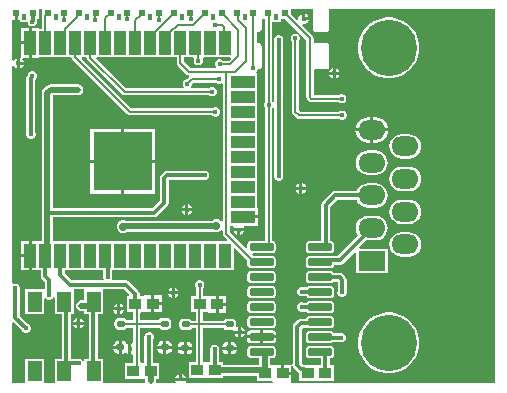
<source format=gtl>
G04*
G04 #@! TF.GenerationSoftware,Altium Limited,Altium Designer,21.9.2 (33)*
G04*
G04 Layer_Physical_Order=1*
G04 Layer_Color=255*
%FSLAX25Y25*%
%MOIN*%
G70*
G04*
G04 #@! TF.SameCoordinates,353233E6-1857-4CDD-983F-46C35F824410*
G04*
G04*
G04 #@! TF.FilePolarity,Positive*
G04*
G01*
G75*
%ADD13C,0.00787*%
%ADD19R,0.03937X0.03740*%
%ADD20R,0.07874X0.03937*%
%ADD21R,0.19685X0.19685*%
%ADD22R,0.03937X0.07874*%
%ADD23R,0.02362X0.02362*%
%ADD24R,0.01575X0.01968*%
%ADD25R,0.04724X0.06693*%
G04:AMPARAMS|DCode=26|XSize=21.65mil|YSize=27.56mil|CornerRadius=5.41mil|HoleSize=0mil|Usage=FLASHONLY|Rotation=90.000|XOffset=0mil|YOffset=0mil|HoleType=Round|Shape=RoundedRectangle|*
%AMROUNDEDRECTD26*
21,1,0.02165,0.01673,0,0,90.0*
21,1,0.01083,0.02756,0,0,90.0*
1,1,0.01083,0.00837,0.00541*
1,1,0.01083,0.00837,-0.00541*
1,1,0.01083,-0.00837,-0.00541*
1,1,0.01083,-0.00837,0.00541*
%
%ADD26ROUNDEDRECTD26*%
G04:AMPARAMS|DCode=27|XSize=77.56mil|YSize=23.62mil|CornerRadius=2.95mil|HoleSize=0mil|Usage=FLASHONLY|Rotation=180.000|XOffset=0mil|YOffset=0mil|HoleType=Round|Shape=RoundedRectangle|*
%AMROUNDEDRECTD27*
21,1,0.07756,0.01772,0,0,180.0*
21,1,0.07165,0.02362,0,0,180.0*
1,1,0.00591,-0.03583,0.00886*
1,1,0.00591,0.03583,0.00886*
1,1,0.00591,0.03583,-0.00886*
1,1,0.00591,-0.03583,-0.00886*
%
%ADD27ROUNDEDRECTD27*%
%ADD42C,0.01968*%
%ADD43C,0.01378*%
%ADD44O,0.09000X0.06500*%
%ADD45C,0.18740*%
%ADD46R,0.09000X0.06500*%
%ADD47C,0.01575*%
%ADD48C,0.02756*%
G36*
X-25608Y146031D02*
X-25604D01*
Y142790D01*
X-26432D01*
Y143003D01*
X-28900D01*
Y138066D01*
Y133129D01*
X-26432D01*
Y133342D01*
X-15700D01*
X-15622Y132948D01*
X-15361Y132558D01*
X2949Y114249D01*
X2949Y114249D01*
X3339Y113987D01*
X3800Y113896D01*
X31277D01*
X31408Y113765D01*
X31987Y113525D01*
X32613D01*
X33192Y113765D01*
X33635Y114208D01*
X33875Y114787D01*
Y115413D01*
X33635Y115992D01*
X33192Y116435D01*
X32613Y116675D01*
X31987D01*
X31408Y116435D01*
X31277Y116304D01*
X4299D01*
X-12277Y132880D01*
X-12085Y133342D01*
X-11065D01*
X-10604Y133200D01*
X-10513Y132739D01*
X-10251Y132349D01*
X1149Y120949D01*
X1149Y120949D01*
X1539Y120687D01*
X2000Y120596D01*
X30177D01*
X30308Y120465D01*
X30887Y120225D01*
X31513D01*
X32092Y120465D01*
X32535Y120908D01*
X32775Y121487D01*
Y122113D01*
X32535Y122692D01*
X32092Y123135D01*
X31513Y123375D01*
X30887D01*
X30308Y123135D01*
X30177Y123004D01*
X24339D01*
X24131Y123504D01*
X24235Y123608D01*
X24475Y124187D01*
Y124287D01*
X24984Y124796D01*
X32477D01*
X32608Y124665D01*
X33187Y124425D01*
X33813D01*
X34196Y124584D01*
X34696Y124315D01*
Y78774D01*
X34196Y78566D01*
X33827Y78936D01*
X33031Y79265D01*
X32169D01*
X31373Y78936D01*
X31244Y78806D01*
X2314D01*
X1931Y78965D01*
X1069D01*
X273Y78636D01*
X-336Y78027D01*
X-665Y77231D01*
Y76369D01*
X-336Y75573D01*
X273Y74964D01*
X1069Y74635D01*
X1931D01*
X2727Y74964D01*
X2956Y75194D01*
X31544D01*
X32169Y74935D01*
X33031D01*
X33827Y75264D01*
X34196Y75634D01*
X34696Y75426D01*
Y74454D01*
X34696Y74454D01*
X34787Y73993D01*
X35048Y73603D01*
X36265Y72386D01*
X36074Y71924D01*
X-21894D01*
Y79995D01*
X11900D01*
X12476Y80109D01*
X12964Y80436D01*
X16314Y83786D01*
X16641Y84274D01*
X16755Y84850D01*
Y92395D01*
X28219D01*
X28387Y92325D01*
X29013D01*
X29592Y92565D01*
X30035Y93008D01*
X30275Y93587D01*
Y94213D01*
X30035Y94792D01*
X29592Y95235D01*
X29013Y95475D01*
X28387D01*
X28219Y95405D01*
X16057D01*
X15481Y95291D01*
X14993Y94964D01*
X14186Y94157D01*
X13859Y93669D01*
X13745Y93093D01*
Y85474D01*
X11276Y83005D01*
X-21994D01*
Y120599D01*
X-21899Y120694D01*
X-13500D01*
X-12809Y120831D01*
X-12223Y121223D01*
X-11831Y121809D01*
X-11694Y122500D01*
X-11831Y123191D01*
X-12223Y123777D01*
X-12809Y124169D01*
X-13500Y124306D01*
X-22647D01*
X-23338Y124169D01*
X-23924Y123777D01*
X-25077Y122624D01*
X-25469Y122038D01*
X-25606Y121347D01*
Y81500D01*
X-25506Y80997D01*
Y71924D01*
X-26432D01*
Y72137D01*
X-28900D01*
Y67200D01*
Y62263D01*
X-26432D01*
Y62476D01*
X-25905D01*
Y60300D01*
X-25791Y59724D01*
X-25464Y59236D01*
X-24643Y58414D01*
Y56386D01*
X-24793Y55948D01*
X-25143Y55948D01*
X-31092D01*
Y47680D01*
X-24793D01*
Y52865D01*
X-24293Y53066D01*
X-23992Y52765D01*
X-23413Y52525D01*
X-22787D01*
X-22208Y52765D01*
X-21765Y53208D01*
X-21750Y53245D01*
X-21250Y53146D01*
Y47680D01*
X-19005D01*
Y32720D01*
X-21250D01*
Y24706D01*
X-24793D01*
Y32720D01*
X-31092D01*
Y24706D01*
X-35494D01*
Y44758D01*
X-34994Y44965D01*
X-32205Y42176D01*
X-32135Y42008D01*
X-31692Y41565D01*
X-31113Y41325D01*
X-30487D01*
X-29908Y41565D01*
X-29465Y42008D01*
X-29225Y42587D01*
Y43213D01*
X-29465Y43792D01*
X-29908Y44235D01*
X-30076Y44305D01*
X-32895Y47124D01*
Y55819D01*
X-32825Y55987D01*
Y56613D01*
X-33065Y57192D01*
X-33508Y57635D01*
X-34087Y57875D01*
X-34713D01*
X-34994Y57759D01*
X-35494Y58087D01*
X-35494Y130377D01*
X-34994Y130477D01*
X-34915Y130288D01*
X-34413Y129785D01*
X-33900Y129572D01*
Y131300D01*
Y133028D01*
X-34413Y132815D01*
X-34915Y132313D01*
X-34994Y132123D01*
X-35494Y132223D01*
Y145819D01*
X-34637D01*
Y148000D01*
X-33637D01*
Y145819D01*
X-32956D01*
Y145047D01*
X-30275D01*
Y144887D01*
X-30035Y144308D01*
X-29592Y143865D01*
X-29013Y143625D01*
X-28387D01*
X-27808Y143865D01*
X-27365Y144308D01*
X-27125Y144887D01*
Y145301D01*
X-27120Y145328D01*
Y146031D01*
X-26657D01*
Y149494D01*
X-25608D01*
Y146031D01*
D02*
G37*
G36*
X125494Y24706D02*
X57806D01*
X57621Y25130D01*
X57621Y25206D01*
Y27500D01*
X54653D01*
Y28000D01*
X54153D01*
Y30870D01*
X51684Y30870D01*
X51272Y30658D01*
X50907Y30658D01*
X50554Y31011D01*
Y33110D01*
X51239D01*
X51661Y33194D01*
X52019Y33434D01*
X52258Y33792D01*
X52342Y34214D01*
Y35986D01*
X52258Y36408D01*
X52019Y36766D01*
X51661Y37006D01*
X51239Y37090D01*
X44073D01*
X43651Y37006D01*
X43293Y36766D01*
X43053Y36408D01*
X42969Y35986D01*
Y34214D01*
X43053Y33792D01*
X43293Y33434D01*
X43651Y33194D01*
X44073Y33110D01*
X46941D01*
Y30706D01*
X34809D01*
Y31657D01*
X33532D01*
Y35483D01*
X33575Y35587D01*
Y36213D01*
X33335Y36792D01*
X32892Y37235D01*
X32313Y37475D01*
X31687D01*
X31108Y37235D01*
X30665Y36792D01*
X30425Y36213D01*
Y35587D01*
X30521Y35355D01*
Y31657D01*
X29403D01*
X29297Y31657D01*
X28903D01*
X28797Y31657D01*
X28104D01*
Y43033D01*
X35000D01*
X35197Y42738D01*
X35637Y42444D01*
X36155Y42341D01*
X37829D01*
X38222Y42419D01*
X38471Y42200D01*
X39900D01*
Y43428D01*
X39617Y43310D01*
X39176Y43657D01*
X39183Y43696D01*
Y44778D01*
X39080Y45297D01*
X38787Y45736D01*
X38347Y46030D01*
X37829Y46133D01*
X36155D01*
X35637Y46030D01*
X35197Y45736D01*
X35000Y45441D01*
X28104D01*
Y48342D01*
X29572Y48342D01*
X29984Y48130D01*
X30215Y48130D01*
X32453D01*
Y51000D01*
Y53870D01*
X29984Y53870D01*
X29572Y53658D01*
X28204Y53658D01*
Y56377D01*
X28335Y56508D01*
X28575Y57087D01*
Y57713D01*
X28335Y58292D01*
X27892Y58735D01*
X27313Y58975D01*
X26687D01*
X26108Y58735D01*
X25665Y58292D01*
X25425Y57713D01*
Y57087D01*
X25665Y56508D01*
X25796Y56377D01*
Y53658D01*
X24291D01*
Y48342D01*
X25696D01*
Y45441D01*
X24417D01*
X24220Y45736D01*
X23780Y46030D01*
X23262Y46133D01*
X21588D01*
X21070Y46030D01*
X20630Y45736D01*
X20337Y45297D01*
X20234Y44778D01*
Y43696D01*
X20337Y43177D01*
X20630Y42738D01*
X21070Y42444D01*
X21588Y42341D01*
X23262D01*
X23780Y42444D01*
X24220Y42738D01*
X24417Y43033D01*
X25696D01*
Y31657D01*
X23391D01*
Y26342D01*
X28797D01*
X28903Y26342D01*
X29297D01*
X29403Y26342D01*
X34809D01*
Y27094D01*
X45991D01*
Y25343D01*
X51239D01*
X51386Y25206D01*
X51190Y24706D01*
X22682D01*
X22347Y25206D01*
X22428Y25400D01*
X18972D01*
X19053Y25206D01*
X18719Y24706D01*
X12856D01*
X12448Y25206D01*
X12506Y25500D01*
Y26142D01*
X13509D01*
Y31457D01*
X11605D01*
Y39278D01*
X11635Y39308D01*
X11875Y39887D01*
Y40513D01*
X11635Y41092D01*
X11192Y41535D01*
X10613Y41775D01*
X9987D01*
X9408Y41535D01*
X8965Y41092D01*
X8820Y40741D01*
X8709Y40576D01*
X8595Y40000D01*
Y31457D01*
X7997D01*
Y31457D01*
X7704D01*
X7204Y31702D01*
Y43196D01*
X13415D01*
X13587Y42938D01*
X14027Y42644D01*
X14545Y42541D01*
X16218D01*
X16737Y42644D01*
X17176Y42938D01*
X17470Y43377D01*
X17573Y43896D01*
Y44978D01*
X17470Y45497D01*
X17176Y45936D01*
X16737Y46230D01*
X16218Y46333D01*
X14545D01*
X14027Y46230D01*
X13587Y45936D01*
X13365Y45604D01*
X7204D01*
Y48089D01*
X7558Y48443D01*
X8072Y48443D01*
X8484Y48230D01*
X8715Y48230D01*
X10953D01*
Y51100D01*
Y53970D01*
X8484Y53970D01*
X8072Y53758D01*
X7406Y53758D01*
X7052Y54111D01*
Y54453D01*
X6938Y55029D01*
X6612Y55517D01*
X3664Y58464D01*
X3176Y58791D01*
X2600Y58905D01*
X-2014D01*
X-2225Y59405D01*
X-2025Y59887D01*
Y60513D01*
X-2132Y60772D01*
Y62476D01*
X38356D01*
Y69642D01*
X38818Y69833D01*
X42969Y65682D01*
Y64214D01*
X43053Y63792D01*
X43293Y63434D01*
X43651Y63194D01*
X44073Y63110D01*
X51239D01*
X51661Y63194D01*
X52019Y63434D01*
X52258Y63792D01*
X52342Y64214D01*
Y65986D01*
X52258Y66408D01*
X52019Y66766D01*
X51661Y67006D01*
X51239Y67090D01*
X44968D01*
X44447Y67610D01*
X44654Y68110D01*
X51239D01*
X51661Y68194D01*
X52019Y68434D01*
X52258Y68792D01*
X52342Y69214D01*
Y70986D01*
X52258Y71408D01*
X52019Y71766D01*
X51661Y72006D01*
X51239Y72090D01*
X51204D01*
Y116324D01*
X51395Y116506D01*
X51895Y116292D01*
Y94081D01*
X51825Y93913D01*
Y93287D01*
X52065Y92708D01*
X52508Y92265D01*
X53087Y92025D01*
X53713D01*
X54292Y92265D01*
X54735Y92708D01*
X54975Y93287D01*
Y93913D01*
X54905Y94081D01*
Y138519D01*
X54975Y138687D01*
Y139313D01*
X54735Y139892D01*
X54292Y140335D01*
X53713Y140575D01*
X53087D01*
X52508Y140335D01*
X52065Y139892D01*
X51825Y139313D01*
Y138687D01*
X51895Y138519D01*
Y118708D01*
X51395Y118494D01*
X51204Y118676D01*
Y145047D01*
X54175D01*
Y146031D01*
X55621D01*
X62596Y139057D01*
Y119978D01*
X62596Y119978D01*
X62687Y119518D01*
X62949Y119127D01*
X63427Y118649D01*
X63818Y118387D01*
X64278Y118296D01*
X73377D01*
X73508Y118165D01*
X74087Y117925D01*
X74713D01*
X75292Y118165D01*
X75735Y118608D01*
X75975Y119187D01*
Y119813D01*
X75735Y120392D01*
X75292Y120835D01*
X74713Y121075D01*
X74087D01*
X73508Y120835D01*
X73377Y120704D01*
X65004D01*
Y128949D01*
X65504Y129285D01*
X65569Y129272D01*
X69506D01*
X69813Y129333D01*
X70073Y129507D01*
X70247Y129768D01*
X70308Y130075D01*
Y137161D01*
X70247Y137469D01*
X70073Y137729D01*
X69813Y137903D01*
X69506Y137964D01*
X65569D01*
X65504Y137952D01*
X65004Y138287D01*
Y139556D01*
X64913Y140017D01*
X64652Y140407D01*
X61208Y143851D01*
X61252Y143999D01*
X61453Y144313D01*
X62055D01*
X62713Y144585D01*
X63215Y145088D01*
X63428Y145600D01*
X61700D01*
Y146100D01*
X61200D01*
Y147828D01*
X60688Y147615D01*
X60185Y147113D01*
X59913Y146456D01*
Y145853D01*
X59599Y145652D01*
X59451Y145608D01*
X57324Y147735D01*
Y149494D01*
X64766D01*
Y142673D01*
X64827Y142366D01*
X65001Y142105D01*
X65261Y141931D01*
X65569Y141870D01*
X69506D01*
X69813Y141931D01*
X70073Y142105D01*
X70247Y142366D01*
X70308Y142673D01*
Y149494D01*
X125494D01*
X125494Y24706D01*
D02*
G37*
G36*
X37477Y132880D02*
X36801Y132204D01*
X34723D01*
X34592Y132335D01*
X34013Y132575D01*
X33387D01*
X32808Y132335D01*
X32365Y131892D01*
X32125Y131313D01*
Y130687D01*
X32365Y130108D01*
X32369Y130104D01*
X32162Y129604D01*
X24099D01*
X21804Y131899D01*
Y133342D01*
X24861D01*
X25161Y132842D01*
X25025Y132513D01*
Y131887D01*
X25265Y131308D01*
X25708Y130865D01*
X26287Y130625D01*
X26913D01*
X27492Y130865D01*
X27935Y131308D01*
X28175Y131887D01*
Y132513D01*
X28039Y132842D01*
X28339Y133342D01*
X37285D01*
X37477Y132880D01*
D02*
G37*
G36*
X19396Y131400D02*
X19396Y131400D01*
X19487Y130939D01*
X19748Y130549D01*
X22749Y127549D01*
X23139Y127287D01*
X23342Y127247D01*
X23379Y127198D01*
X23490Y126708D01*
X22857Y126075D01*
X22587D01*
X22008Y125835D01*
X21565Y125392D01*
X21325Y124813D01*
Y124187D01*
X21565Y123608D01*
X21669Y123504D01*
X21462Y123004D01*
X2499D01*
X-7377Y132880D01*
X-7185Y133342D01*
X19396D01*
Y131400D01*
D02*
G37*
G36*
X48796Y118523D02*
X48665Y118392D01*
X48425Y117813D01*
Y117187D01*
X48665Y116608D01*
X48796Y116477D01*
Y72090D01*
X44073D01*
X43651Y72006D01*
X43293Y71766D01*
X43053Y71408D01*
X42969Y70986D01*
Y69795D01*
X42469Y69588D01*
X37104Y74953D01*
Y77165D01*
X38283D01*
X38523Y76665D01*
X38372Y76300D01*
X41828D01*
X41677Y76665D01*
X41917Y77165D01*
X46442D01*
Y79633D01*
X41505D01*
Y80633D01*
X46442D01*
Y83101D01*
X46230D01*
Y87377D01*
Y92377D01*
Y97377D01*
Y102377D01*
Y107377D01*
Y112377D01*
Y117377D01*
Y122377D01*
Y127889D01*
X46091D01*
X45916Y128389D01*
X46235Y128708D01*
X46469Y129272D01*
X46868D01*
X47175Y129333D01*
X47435Y129507D01*
X47609Y129768D01*
X47671Y130075D01*
Y137161D01*
X47609Y137469D01*
X47435Y137729D01*
X47175Y137903D01*
X46868Y137964D01*
X46104D01*
Y141870D01*
X46868D01*
X47175Y141931D01*
X47435Y142105D01*
X47609Y142366D01*
X47671Y142673D01*
Y145616D01*
X47875Y146031D01*
X48796D01*
Y118523D01*
D02*
G37*
G36*
X-5143Y60590D02*
X-5175Y60513D01*
Y59887D01*
X-4975Y59405D01*
X-5186Y58905D01*
X-15676D01*
X-17995Y61224D01*
Y62476D01*
X-5143D01*
Y60590D01*
D02*
G37*
G36*
X3614Y54258D02*
X3407Y53758D01*
X2791D01*
Y48443D01*
X4796D01*
Y45604D01*
X2831D01*
X2609Y45936D01*
X2170Y46230D01*
X1652Y46333D01*
X-22D01*
X-540Y46230D01*
X-980Y45936D01*
X-1273Y45497D01*
X-1376Y44978D01*
Y43896D01*
X-1273Y43377D01*
X-980Y42938D01*
X-540Y42644D01*
X-22Y42541D01*
X1652D01*
X2170Y42644D01*
X2609Y42938D01*
X2782Y43196D01*
X4796D01*
Y38222D01*
X4296Y37888D01*
X4200Y37928D01*
Y36200D01*
Y34472D01*
X4296Y34512D01*
X4796Y34178D01*
Y31457D01*
X2091D01*
Y26142D01*
X7603D01*
Y26142D01*
X7997D01*
Y26142D01*
X8894D01*
Y25500D01*
X8952Y25206D01*
X8544Y24706D01*
X-5108D01*
Y32720D01*
X-6895D01*
Y47680D01*
X-5108D01*
Y55895D01*
X1977D01*
X3614Y54258D01*
D02*
G37*
G36*
X-11407Y52306D02*
X-12400D01*
X-13091Y52169D01*
X-13677Y51777D01*
X-14069Y51191D01*
X-14206Y50500D01*
X-14069Y49809D01*
X-13677Y49223D01*
X-13091Y48831D01*
X-12400Y48694D01*
X-11407D01*
Y47680D01*
X-9905D01*
Y32720D01*
X-11407D01*
Y32152D01*
X-11907Y32052D01*
X-11965Y32192D01*
X-12408Y32635D01*
X-12987Y32875D01*
X-13613D01*
X-13872Y32768D01*
X-15620D01*
X-15995Y33117D01*
Y47680D01*
X-14950D01*
Y55895D01*
X-11407D01*
Y52306D01*
D02*
G37*
%LPC*%
G36*
X-29900Y143003D02*
X-32368D01*
Y138566D01*
X-29900D01*
Y143003D01*
D02*
G37*
G36*
Y137566D02*
X-32368D01*
Y133349D01*
X-32811Y132991D01*
X-32900Y133028D01*
Y131800D01*
X-31672D01*
X-31885Y132313D01*
X-32201Y132629D01*
X-31994Y133129D01*
X-29900D01*
Y137566D01*
D02*
G37*
G36*
X-31672Y130800D02*
X-32900D01*
Y129572D01*
X-32388Y129785D01*
X-31885Y130288D01*
X-31672Y130800D01*
D02*
G37*
G36*
X-28387Y128575D02*
X-29013D01*
X-29592Y128335D01*
X-30035Y127892D01*
X-30142Y127633D01*
X-30264Y127511D01*
X-30591Y127023D01*
X-30705Y126447D01*
Y108081D01*
X-30775Y107913D01*
Y107287D01*
X-30535Y106708D01*
X-30092Y106265D01*
X-29513Y106025D01*
X-28887D01*
X-28308Y106265D01*
X-27865Y106708D01*
X-27625Y107287D01*
Y107913D01*
X-27695Y108081D01*
Y125778D01*
X-27365Y126108D01*
X-27125Y126687D01*
Y127313D01*
X-27365Y127892D01*
X-27808Y128335D01*
X-28387Y128575D01*
D02*
G37*
G36*
X12242Y109442D02*
X1900D01*
Y99100D01*
X12242D01*
Y109442D01*
D02*
G37*
G36*
X900D02*
X-9443D01*
Y99100D01*
X900D01*
Y109442D01*
D02*
G37*
G36*
X12242Y98100D02*
X1900D01*
Y87757D01*
X12242D01*
Y98100D01*
D02*
G37*
G36*
X900D02*
X-9443D01*
Y87757D01*
X900D01*
Y98100D01*
D02*
G37*
G36*
X23300Y84228D02*
Y83000D01*
X24528D01*
X24315Y83513D01*
X23812Y84015D01*
X23300Y84228D01*
D02*
G37*
G36*
X22300D02*
X21788Y84015D01*
X21285Y83513D01*
X21072Y83000D01*
X22300D01*
Y84228D01*
D02*
G37*
G36*
X24528Y82000D02*
X23300D01*
Y80772D01*
X23812Y80985D01*
X24315Y81488D01*
X24528Y82000D01*
D02*
G37*
G36*
X22300D02*
X21072D01*
X21285Y81488D01*
X21788Y80985D01*
X22300Y80772D01*
Y82000D01*
D02*
G37*
G36*
X-29900Y72137D02*
X-32368D01*
Y67700D01*
X-29900D01*
Y72137D01*
D02*
G37*
G36*
Y66700D02*
X-32368D01*
Y62263D01*
X-29900D01*
Y66700D01*
D02*
G37*
G36*
X62200Y147828D02*
Y146600D01*
X63428D01*
X63215Y147113D01*
X62713Y147615D01*
X62200Y147828D01*
D02*
G37*
G36*
X72400Y129728D02*
Y128500D01*
X73628D01*
X73415Y129013D01*
X72913Y129515D01*
X72400Y129728D01*
D02*
G37*
G36*
X71400D02*
X70888Y129515D01*
X70385Y129013D01*
X70172Y128500D01*
X71400D01*
Y129728D01*
D02*
G37*
G36*
X91010Y146609D02*
X89009D01*
X87047Y146218D01*
X85198Y145453D01*
X83534Y144341D01*
X82120Y142926D01*
X81008Y141263D01*
X80242Y139414D01*
X79852Y137452D01*
Y135451D01*
X80242Y133488D01*
X81008Y131640D01*
X82120Y129976D01*
X83534Y128561D01*
X85198Y127450D01*
X87047Y126684D01*
X89009Y126294D01*
X91010D01*
X92972Y126684D01*
X94821Y127450D01*
X96484Y128561D01*
X97899Y129976D01*
X99011Y131640D01*
X99777Y133488D01*
X100167Y135451D01*
Y137452D01*
X99777Y139414D01*
X99011Y141263D01*
X97899Y142926D01*
X96484Y144341D01*
X94821Y145453D01*
X92972Y146218D01*
X91010Y146609D01*
D02*
G37*
G36*
X73628Y127500D02*
X72400D01*
Y126272D01*
X72913Y126485D01*
X73415Y126988D01*
X73628Y127500D01*
D02*
G37*
G36*
X71400D02*
X70172D01*
X70385Y126988D01*
X70888Y126485D01*
X71400Y126272D01*
Y127500D01*
D02*
G37*
G36*
X59213Y141175D02*
X58587D01*
X58008Y140935D01*
X57565Y140492D01*
X57325Y139913D01*
Y139287D01*
X57565Y138708D01*
X57696Y138577D01*
Y115161D01*
X57696Y115161D01*
X57787Y114700D01*
X58048Y114310D01*
X59310Y113049D01*
X59310Y113049D01*
X59700Y112787D01*
X60161Y112696D01*
X60161Y112696D01*
X73477D01*
X73608Y112565D01*
X74187Y112325D01*
X74813D01*
X75392Y112565D01*
X75835Y113008D01*
X76075Y113587D01*
Y114213D01*
X75835Y114792D01*
X75392Y115235D01*
X74813Y115475D01*
X74187D01*
X73608Y115235D01*
X73477Y115104D01*
X60660D01*
X60104Y115660D01*
Y138577D01*
X60235Y138708D01*
X60475Y139287D01*
Y139913D01*
X60235Y140492D01*
X59792Y140935D01*
X59213Y141175D01*
D02*
G37*
G36*
X85669Y113356D02*
X84919D01*
Y109569D01*
X89890D01*
X89809Y110179D01*
X89381Y111213D01*
X88700Y112100D01*
X87812Y112782D01*
X86778Y113210D01*
X85669Y113356D01*
D02*
G37*
G36*
X83919D02*
X83169D01*
X82059Y113210D01*
X81025Y112782D01*
X80138Y112100D01*
X79456Y111213D01*
X79028Y110179D01*
X78948Y109569D01*
X83919D01*
Y113356D01*
D02*
G37*
G36*
X89890Y108569D02*
X84919D01*
Y104783D01*
X85669D01*
X86778Y104929D01*
X87812Y105357D01*
X88700Y106038D01*
X89381Y106926D01*
X89809Y107960D01*
X89890Y108569D01*
D02*
G37*
G36*
X83919D02*
X78948D01*
X79028Y107960D01*
X79456Y106926D01*
X80138Y106038D01*
X81025Y105357D01*
X82059Y104929D01*
X83169Y104783D01*
X83919D01*
Y108569D01*
D02*
G37*
G36*
X96850Y107689D02*
X94350D01*
X93296Y107550D01*
X92314Y107143D01*
X91470Y106496D01*
X90823Y105653D01*
X90417Y104671D01*
X90278Y103617D01*
X90417Y102563D01*
X90823Y101581D01*
X91470Y100737D01*
X92314Y100090D01*
X93296Y99683D01*
X94350Y99544D01*
X96850D01*
X97904Y99683D01*
X98886Y100090D01*
X99730Y100737D01*
X100377Y101581D01*
X100784Y102563D01*
X100922Y103617D01*
X100784Y104671D01*
X100377Y105653D01*
X99730Y106496D01*
X98886Y107143D01*
X97904Y107550D01*
X96850Y107689D01*
D02*
G37*
G36*
X85669Y102236D02*
X83169D01*
X82115Y102097D01*
X81133Y101690D01*
X80289Y101043D01*
X79642Y100200D01*
X79235Y99218D01*
X79097Y98164D01*
X79235Y97110D01*
X79642Y96128D01*
X80289Y95284D01*
X81133Y94637D01*
X82115Y94230D01*
X83169Y94092D01*
X85669D01*
X86723Y94230D01*
X87705Y94637D01*
X88548Y95284D01*
X89196Y96128D01*
X89602Y97110D01*
X89741Y98164D01*
X89602Y99218D01*
X89196Y100200D01*
X88548Y101043D01*
X87705Y101690D01*
X86723Y102097D01*
X85669Y102236D01*
D02*
G37*
G36*
X61300Y91328D02*
Y90100D01*
X62528D01*
X62315Y90613D01*
X61813Y91115D01*
X61300Y91328D01*
D02*
G37*
G36*
X60300D02*
X59787Y91115D01*
X59285Y90613D01*
X59072Y90100D01*
X60300D01*
Y91328D01*
D02*
G37*
G36*
X96850Y96783D02*
X94350D01*
X93296Y96645D01*
X92314Y96238D01*
X91470Y95591D01*
X90823Y94747D01*
X90417Y93765D01*
X90278Y92711D01*
X90417Y91657D01*
X90823Y90675D01*
X91470Y89832D01*
X92314Y89184D01*
X93296Y88778D01*
X94350Y88639D01*
X96850D01*
X97904Y88778D01*
X98886Y89184D01*
X99730Y89832D01*
X100377Y90675D01*
X100784Y91657D01*
X100922Y92711D01*
X100784Y93765D01*
X100377Y94747D01*
X99730Y95591D01*
X98886Y96238D01*
X97904Y96645D01*
X96850Y96783D01*
D02*
G37*
G36*
X62528Y89100D02*
X61300D01*
Y87872D01*
X61813Y88085D01*
X62315Y88587D01*
X62528Y89100D01*
D02*
G37*
G36*
X60300D02*
X59072D01*
X59285Y88587D01*
X59787Y88085D01*
X60300Y87872D01*
Y89100D01*
D02*
G37*
G36*
X85669Y91330D02*
X83169D01*
X82115Y91192D01*
X81133Y90785D01*
X80289Y90138D01*
X79642Y89294D01*
X79422Y88764D01*
X72258D01*
X71682Y88649D01*
X71194Y88323D01*
X67976Y85105D01*
X67650Y84617D01*
X67536Y84041D01*
Y72090D01*
X63561D01*
X63139Y72006D01*
X62781Y71766D01*
X62542Y71408D01*
X62458Y70986D01*
Y69214D01*
X62542Y68792D01*
X62781Y68434D01*
X63139Y68194D01*
X63561Y68110D01*
X70727D01*
X71149Y68194D01*
X71507Y68434D01*
X71747Y68792D01*
X71831Y69214D01*
Y70986D01*
X71747Y71408D01*
X71507Y71766D01*
X71149Y72006D01*
X70727Y72090D01*
X70546D01*
Y83417D01*
X72882Y85753D01*
X79422D01*
X79642Y85222D01*
X80289Y84379D01*
X81133Y83732D01*
X82115Y83325D01*
X83169Y83186D01*
X85669D01*
X86723Y83325D01*
X87705Y83732D01*
X88548Y84379D01*
X89196Y85222D01*
X89602Y86204D01*
X89741Y87258D01*
X89602Y88312D01*
X89196Y89294D01*
X88548Y90138D01*
X87705Y90785D01*
X86723Y91192D01*
X85669Y91330D01*
D02*
G37*
G36*
X96850Y85878D02*
X94350D01*
X93296Y85739D01*
X92314Y85332D01*
X91470Y84685D01*
X90823Y83842D01*
X90417Y82859D01*
X90278Y81805D01*
X90417Y80752D01*
X90823Y79769D01*
X91470Y78926D01*
X92314Y78279D01*
X93296Y77872D01*
X94350Y77733D01*
X96850D01*
X97904Y77872D01*
X98886Y78279D01*
X99730Y78926D01*
X100377Y79769D01*
X100784Y80752D01*
X100922Y81805D01*
X100784Y82859D01*
X100377Y83842D01*
X99730Y84685D01*
X98886Y85332D01*
X97904Y85739D01*
X96850Y85878D01*
D02*
G37*
G36*
X85669Y80425D02*
X83169D01*
X82115Y80286D01*
X81133Y79879D01*
X80289Y79232D01*
X79642Y78389D01*
X79235Y77407D01*
X79097Y76353D01*
X79235Y75299D01*
X79642Y74317D01*
X79908Y73971D01*
X73035Y67097D01*
X67636D01*
X67598Y67090D01*
X63561D01*
X63139Y67006D01*
X62781Y66766D01*
X62542Y66408D01*
X62458Y65986D01*
Y64214D01*
X62542Y63792D01*
X62781Y63434D01*
X63139Y63194D01*
X63561Y63110D01*
X70727D01*
X71149Y63194D01*
X71507Y63434D01*
X71747Y63792D01*
X71805Y64087D01*
X73658D01*
X74234Y64201D01*
X74722Y64528D01*
X78670Y68475D01*
X79131Y68283D01*
Y61410D01*
X89706D01*
Y69485D01*
X80333D01*
X80141Y69947D01*
X82556Y72361D01*
X83169Y72281D01*
X85669D01*
X86723Y72419D01*
X87705Y72826D01*
X88548Y73473D01*
X89196Y74317D01*
X89602Y75299D01*
X89741Y76353D01*
X89602Y77407D01*
X89196Y78389D01*
X88548Y79232D01*
X87705Y79879D01*
X86723Y80286D01*
X85669Y80425D01*
D02*
G37*
G36*
X96850Y74972D02*
X94350D01*
X93296Y74834D01*
X92314Y74427D01*
X91470Y73779D01*
X90823Y72936D01*
X90417Y71954D01*
X90278Y70900D01*
X90417Y69846D01*
X90823Y68864D01*
X91470Y68020D01*
X92314Y67373D01*
X93296Y66966D01*
X94350Y66828D01*
X96850D01*
X97904Y66966D01*
X98886Y67373D01*
X99730Y68020D01*
X100377Y68864D01*
X100784Y69846D01*
X100922Y70900D01*
X100784Y71954D01*
X100377Y72936D01*
X99730Y73779D01*
X98886Y74427D01*
X97904Y74834D01*
X96850Y74972D01*
D02*
G37*
G36*
X51239Y62090D02*
X44073D01*
X43651Y62006D01*
X43293Y61766D01*
X43053Y61408D01*
X42969Y60986D01*
Y59214D01*
X43053Y58792D01*
X43293Y58434D01*
X43651Y58194D01*
X44073Y58110D01*
X51239D01*
X51661Y58194D01*
X52019Y58434D01*
X52258Y58792D01*
X52342Y59214D01*
Y60986D01*
X52258Y61408D01*
X52019Y61766D01*
X51661Y62006D01*
X51239Y62090D01*
D02*
G37*
G36*
X70727Y57090D02*
X63561D01*
X63139Y57006D01*
X62781Y56766D01*
X62673Y56605D01*
X61903D01*
X61556Y56674D01*
X61313Y56775D01*
X60687D01*
X60108Y56535D01*
X59665Y56092D01*
X59425Y55513D01*
Y54887D01*
X59665Y54308D01*
X60108Y53865D01*
X60687Y53625D01*
X61313D01*
X61324Y53630D01*
X61500Y53595D01*
X62673D01*
X62781Y53434D01*
X63139Y53194D01*
X63561Y53110D01*
X70727D01*
X71149Y53194D01*
X71507Y53434D01*
X71747Y53792D01*
X71831Y54214D01*
Y55986D01*
X71747Y56408D01*
X71507Y56766D01*
X71149Y57006D01*
X70727Y57090D01*
D02*
G37*
G36*
X18700Y56528D02*
Y55300D01*
X19928D01*
X19715Y55813D01*
X19212Y56315D01*
X18700Y56528D01*
D02*
G37*
G36*
X17700D02*
X17188Y56315D01*
X16685Y55813D01*
X16472Y55300D01*
X17700D01*
Y56528D01*
D02*
G37*
G36*
X70727Y62090D02*
X63561D01*
X63139Y62006D01*
X62781Y61766D01*
X62542Y61408D01*
X62458Y60986D01*
Y59214D01*
X62542Y58792D01*
X62781Y58434D01*
X63139Y58194D01*
X63561Y58110D01*
X70727D01*
X71149Y58194D01*
X71505Y58432D01*
X72995D01*
Y55381D01*
X72925Y55213D01*
Y54587D01*
X73165Y54008D01*
X73608Y53565D01*
X74187Y53325D01*
X74813D01*
X75392Y53565D01*
X75835Y54008D01*
X76075Y54587D01*
Y55213D01*
X76005Y55381D01*
Y59131D01*
X75891Y59706D01*
X75564Y60195D01*
X74757Y61002D01*
X74269Y61328D01*
X73693Y61443D01*
X71723D01*
X71507Y61766D01*
X71149Y62006D01*
X70727Y62090D01*
D02*
G37*
G36*
X51239Y57090D02*
X44073D01*
X43651Y57006D01*
X43293Y56766D01*
X43053Y56408D01*
X42969Y55986D01*
Y54214D01*
X43053Y53792D01*
X43293Y53434D01*
X43651Y53194D01*
X44073Y53110D01*
X51239D01*
X51661Y53194D01*
X52019Y53434D01*
X52258Y53792D01*
X52342Y54214D01*
Y55986D01*
X52258Y56408D01*
X52019Y56766D01*
X51661Y57006D01*
X51239Y57090D01*
D02*
G37*
G36*
X19928Y54300D02*
X18700D01*
Y53072D01*
X19212Y53285D01*
X19715Y53787D01*
X19928Y54300D01*
D02*
G37*
G36*
X17700D02*
X16472D01*
X16685Y53787D01*
X17188Y53285D01*
X17700Y53072D01*
Y54300D01*
D02*
G37*
G36*
X11953Y53970D02*
Y51600D01*
X14421D01*
Y53970D01*
X11953D01*
D02*
G37*
G36*
X70727Y52090D02*
X63561D01*
X63139Y52006D01*
X62781Y51766D01*
X62632Y51543D01*
X61590D01*
X61513Y51575D01*
X60887D01*
X60308Y51335D01*
X59865Y50892D01*
X59625Y50313D01*
Y49687D01*
X59865Y49108D01*
X60308Y48665D01*
X60887Y48425D01*
X61513D01*
X61772Y48532D01*
X62715D01*
X62781Y48434D01*
X63139Y48194D01*
X63561Y48110D01*
X70727D01*
X71149Y48194D01*
X71507Y48434D01*
X71747Y48792D01*
X71831Y49214D01*
Y50986D01*
X71747Y51408D01*
X71507Y51766D01*
X71149Y52006D01*
X70727Y52090D01*
D02*
G37*
G36*
X33453Y53870D02*
Y51500D01*
X35921D01*
Y53870D01*
X33453D01*
D02*
G37*
G36*
X14421Y50600D02*
X11953D01*
Y48230D01*
X14421D01*
Y50600D01*
D02*
G37*
G36*
X35921Y50500D02*
X33453D01*
Y48130D01*
X35921D01*
Y50500D01*
D02*
G37*
G36*
X51239Y52090D02*
X44073D01*
X43651Y52006D01*
X43293Y51766D01*
X43053Y51408D01*
X42969Y50986D01*
Y49214D01*
X43053Y48792D01*
X43293Y48434D01*
X43651Y48194D01*
X44073Y48110D01*
X51239D01*
X51661Y48194D01*
X52019Y48434D01*
X52258Y48792D01*
X52342Y49214D01*
Y50986D01*
X52258Y51408D01*
X52019Y51766D01*
X51661Y52006D01*
X51239Y52090D01*
D02*
G37*
G36*
X70727Y47090D02*
X63561D01*
X63139Y47006D01*
X62781Y46766D01*
X62542Y46408D01*
X62501Y46205D01*
X60800D01*
X60224Y46091D01*
X59736Y45764D01*
X58536Y44564D01*
X58209Y44076D01*
X58095Y43500D01*
Y30957D01*
X58095Y30934D01*
X57958Y30916D01*
X57489Y30870D01*
X57489Y30870D01*
X57489Y30870D01*
X55153D01*
Y28500D01*
X57621D01*
Y30370D01*
X57621Y30417D01*
X58121Y30466D01*
X58128Y30434D01*
X58209Y30024D01*
X58536Y29536D01*
X59755Y28317D01*
X60243Y27990D01*
X60291Y27981D01*
Y25543D01*
X65697D01*
X65803Y25543D01*
X66197D01*
X66303Y25543D01*
X71709D01*
Y30858D01*
X70405D01*
Y33110D01*
X70727D01*
X71149Y33194D01*
X71507Y33434D01*
X71747Y33792D01*
X71831Y34214D01*
Y35986D01*
X71747Y36408D01*
X71507Y36766D01*
X71149Y37006D01*
X70727Y37090D01*
X63561D01*
X63139Y37006D01*
X62781Y36766D01*
X62542Y36408D01*
X62458Y35986D01*
Y34214D01*
X62542Y33792D01*
X62781Y33434D01*
X63139Y33194D01*
X63561Y33110D01*
X67395D01*
Y30858D01*
X66303D01*
X66197Y30858D01*
X65803D01*
X65697Y30858D01*
X62011D01*
X61866Y30886D01*
X61442D01*
X61105Y31223D01*
Y42876D01*
X61423Y43195D01*
X63138D01*
X63139Y43194D01*
X63561Y43110D01*
X70727D01*
X71149Y43194D01*
X71507Y43434D01*
X71747Y43792D01*
X71831Y44214D01*
Y45986D01*
X71747Y46408D01*
X71507Y46766D01*
X71149Y47006D01*
X70727Y47090D01*
D02*
G37*
G36*
X51239D02*
X44073D01*
X43651Y47006D01*
X43293Y46766D01*
X43053Y46408D01*
X42969Y45986D01*
Y44214D01*
X43053Y43792D01*
X43293Y43434D01*
X43651Y43194D01*
X44073Y43110D01*
X51239D01*
X51661Y43194D01*
X52019Y43434D01*
X52258Y43792D01*
X52342Y44214D01*
Y45986D01*
X52258Y46408D01*
X52019Y46766D01*
X51661Y47006D01*
X51239Y47090D01*
D02*
G37*
G36*
X40900Y43428D02*
Y42200D01*
X42128D01*
X41915Y42713D01*
X41412Y43215D01*
X40900Y43428D01*
D02*
G37*
G36*
X51239Y42307D02*
X48156D01*
Y40600D01*
X52559D01*
Y40986D01*
X52459Y41491D01*
X52172Y41920D01*
X51744Y42206D01*
X51239Y42307D01*
D02*
G37*
G36*
X47156D02*
X44073D01*
X43568Y42206D01*
X43139Y41920D01*
X42853Y41491D01*
X42753Y40986D01*
Y40600D01*
X47156D01*
Y42307D01*
D02*
G37*
G36*
X42128Y41200D02*
X40900D01*
Y39972D01*
X41412Y40185D01*
X41915Y40688D01*
X42128Y41200D01*
D02*
G37*
G36*
X39900D02*
X38672D01*
X38885Y40688D01*
X39388Y40185D01*
X39900Y39972D01*
Y41200D01*
D02*
G37*
G36*
X70727Y42090D02*
X63561D01*
X63139Y42006D01*
X62781Y41766D01*
X62542Y41408D01*
X62458Y40986D01*
Y39214D01*
X62542Y38792D01*
X62781Y38434D01*
X63139Y38194D01*
X63561Y38110D01*
X70727D01*
X71149Y38194D01*
X71299Y38295D01*
X73719D01*
X73887Y38225D01*
X74513D01*
X75092Y38465D01*
X75535Y38908D01*
X75775Y39487D01*
Y40113D01*
X75535Y40692D01*
X75092Y41135D01*
X74513Y41375D01*
X73887D01*
X73719Y41305D01*
X71767D01*
X71747Y41408D01*
X71507Y41766D01*
X71149Y42006D01*
X70727Y42090D01*
D02*
G37*
G36*
X52559Y39600D02*
X48156D01*
Y37894D01*
X51239D01*
X51744Y37994D01*
X52172Y38280D01*
X52459Y38709D01*
X52559Y39214D01*
Y39600D01*
D02*
G37*
G36*
X47156D02*
X42753D01*
Y39214D01*
X42853Y38709D01*
X43139Y38280D01*
X43568Y37994D01*
X44073Y37894D01*
X47156D01*
Y39600D01*
D02*
G37*
G36*
X16218Y38676D02*
X15882D01*
Y37063D01*
X17790D01*
Y37104D01*
X17670Y37706D01*
X17330Y38216D01*
X16820Y38556D01*
X16218Y38676D01*
D02*
G37*
G36*
X14882D02*
X14545D01*
X13944Y38556D01*
X13434Y38216D01*
X13093Y37706D01*
X12974Y37104D01*
Y37063D01*
X14882D01*
Y38676D01*
D02*
G37*
G36*
X37829Y38476D02*
X37492D01*
Y36863D01*
X39400D01*
Y36904D01*
X39281Y37506D01*
X38940Y38016D01*
X38430Y38356D01*
X37829Y38476D01*
D02*
G37*
G36*
X23065D02*
X22728D01*
Y36863D01*
X24636D01*
Y36904D01*
X24517Y37506D01*
X24176Y38016D01*
X23666Y38356D01*
X23065Y38476D01*
D02*
G37*
G36*
X36492D02*
X36155D01*
X35554Y38356D01*
X35044Y38016D01*
X34703Y37506D01*
X34584Y36904D01*
Y36863D01*
X36492D01*
Y38476D01*
D02*
G37*
G36*
X21728D02*
X21392D01*
X20790Y38356D01*
X20280Y38016D01*
X19940Y37506D01*
X19820Y36904D01*
Y36863D01*
X21728D01*
Y38476D01*
D02*
G37*
G36*
X17790Y36063D02*
X15882D01*
Y34450D01*
X16218D01*
X16820Y34570D01*
X17330Y34910D01*
X17670Y35420D01*
X17790Y36022D01*
Y36063D01*
D02*
G37*
G36*
X14882D02*
X12974D01*
Y36022D01*
X13093Y35420D01*
X13434Y34910D01*
X13944Y34570D01*
X14545Y34450D01*
X14882D01*
Y36063D01*
D02*
G37*
G36*
X39400Y35863D02*
X37492D01*
Y34250D01*
X37829D01*
X38430Y34370D01*
X38940Y34710D01*
X39281Y35220D01*
X39400Y35822D01*
Y35863D01*
D02*
G37*
G36*
X36492D02*
X34584D01*
Y35822D01*
X34703Y35220D01*
X35044Y34710D01*
X35554Y34370D01*
X36155Y34250D01*
X36492D01*
Y35863D01*
D02*
G37*
G36*
X24636D02*
X22728D01*
Y34250D01*
X23065D01*
X23666Y34370D01*
X24176Y34710D01*
X24517Y35220D01*
X24636Y35822D01*
Y35863D01*
D02*
G37*
G36*
X21728D02*
X19820D01*
Y35822D01*
X19940Y35220D01*
X20280Y34710D01*
X20790Y34370D01*
X21392Y34250D01*
X21728D01*
Y35863D01*
D02*
G37*
G36*
X91010Y48223D02*
X89009D01*
X87047Y47833D01*
X85198Y47067D01*
X83534Y45955D01*
X82120Y44540D01*
X81008Y42877D01*
X80242Y41028D01*
X79852Y39066D01*
Y37065D01*
X80242Y35103D01*
X81008Y33254D01*
X82120Y31590D01*
X83534Y30176D01*
X85198Y29064D01*
X87047Y28298D01*
X89009Y27908D01*
X91010D01*
X92972Y28298D01*
X94821Y29064D01*
X96484Y30176D01*
X97899Y31590D01*
X99011Y33254D01*
X99777Y35103D01*
X100167Y37065D01*
Y39066D01*
X99777Y41028D01*
X99011Y42877D01*
X97899Y44540D01*
X96484Y45955D01*
X94821Y47067D01*
X92972Y47833D01*
X91010Y48223D01*
D02*
G37*
G36*
X21200Y27628D02*
Y26400D01*
X22428D01*
X22215Y26913D01*
X21712Y27415D01*
X21200Y27628D01*
D02*
G37*
G36*
X20200D02*
X19688Y27415D01*
X19185Y26913D01*
X18972Y26400D01*
X20200D01*
Y27628D01*
D02*
G37*
G36*
X41828Y75300D02*
X40600D01*
Y74072D01*
X41113Y74285D01*
X41615Y74787D01*
X41828Y75300D01*
D02*
G37*
G36*
X39600D02*
X38372D01*
X38585Y74787D01*
X39088Y74285D01*
X39600Y74072D01*
Y75300D01*
D02*
G37*
G36*
X500Y51128D02*
Y49900D01*
X1728D01*
X1515Y50412D01*
X1013Y50915D01*
X500Y51128D01*
D02*
G37*
G36*
X-500D02*
X-1013Y50915D01*
X-1515Y50412D01*
X-1728Y49900D01*
X-500D01*
Y51128D01*
D02*
G37*
G36*
X1728Y48900D02*
X500D01*
Y47672D01*
X1013Y47885D01*
X1515Y48388D01*
X1728Y48900D01*
D02*
G37*
G36*
X-500D02*
X-1728D01*
X-1515Y48388D01*
X-1013Y47885D01*
X-500Y47672D01*
Y48900D01*
D02*
G37*
G36*
X118Y38676D02*
X-219D01*
X-820Y38556D01*
X-1330Y38216D01*
X-1670Y37706D01*
X-1790Y37104D01*
Y37063D01*
X118D01*
Y38676D01*
D02*
G37*
G36*
X1455D02*
X1118D01*
Y36563D01*
Y34450D01*
X1455D01*
X2056Y34570D01*
X2503Y34869D01*
X2688Y34685D01*
X3200Y34472D01*
Y36200D01*
Y37928D01*
X2854Y37784D01*
X2566Y38216D01*
X2056Y38556D01*
X1455Y38676D01*
D02*
G37*
G36*
X118Y36063D02*
X-1790D01*
Y36022D01*
X-1670Y35420D01*
X-1330Y34910D01*
X-820Y34570D01*
X-219Y34450D01*
X118D01*
Y36063D01*
D02*
G37*
G36*
X-12900Y46428D02*
Y45200D01*
X-11672D01*
X-11885Y45713D01*
X-12387Y46215D01*
X-12900Y46428D01*
D02*
G37*
G36*
X-13900D02*
X-14412Y46215D01*
X-14915Y45713D01*
X-15128Y45200D01*
X-13900D01*
Y46428D01*
D02*
G37*
G36*
X-11672Y44200D02*
X-12900D01*
Y42972D01*
X-12387Y43185D01*
X-11885Y43687D01*
X-11672Y44200D01*
D02*
G37*
G36*
X-13900D02*
X-15128D01*
X-14915Y43687D01*
X-14412Y43185D01*
X-13900Y42972D01*
Y44200D01*
D02*
G37*
%LPD*%
D13*
X60161Y113900D02*
X74500D01*
X58900Y115161D02*
X60161Y113900D01*
X58900Y115161D02*
Y139600D01*
X26600Y132200D02*
Y137066D01*
X25600Y138066D02*
X26600Y137066D01*
X24485Y126000D02*
X33500D01*
X23085Y124600D02*
X24485Y126000D01*
X22900Y124500D02*
X23000Y124600D01*
X23085D01*
X37300Y131000D02*
X39900Y133600D01*
X33700Y131000D02*
X37300D01*
X64278Y119500D02*
X74400D01*
X63800Y119978D02*
X64278Y119500D01*
X63800Y119978D02*
Y139556D01*
X55356Y148000D02*
X63800Y139556D01*
X6000Y44400D02*
Y50647D01*
X852Y44400D02*
X6000D01*
X5547Y51100D02*
X6000Y50647D01*
Y29953D02*
Y44400D01*
X15345D01*
X4847Y28800D02*
X6000Y29953D01*
X23863Y148000D02*
X24100Y147763D01*
Y145900D02*
Y147763D01*
X-18100Y145800D02*
Y147972D01*
X-18128Y148000D02*
X-18100Y147972D01*
X24949Y144100D02*
X28849Y148000D01*
X17209Y141609D02*
X19700Y144100D01*
X24949D01*
X39900Y133600D02*
Y142461D01*
X34361Y148000D02*
X39900Y142461D01*
X39927Y145673D02*
X42400Y143200D01*
X39927Y145673D02*
Y147419D01*
X42400Y131900D02*
Y143200D01*
X17175Y141609D02*
X17209D01*
X15600Y140034D02*
X17175Y141609D01*
X15600Y138066D02*
Y140034D01*
X13365Y148000D02*
X13400Y147965D01*
Y145800D02*
Y147965D01*
X-7700Y145800D02*
Y147930D01*
X-7630Y148000D01*
X2900Y145900D02*
Y147968D01*
X2868Y148000D02*
X2900Y147968D01*
X27000Y51047D02*
Y57400D01*
Y51047D02*
X27047Y51000D01*
X26900Y44237D02*
X36992D01*
X22437D02*
X26900D01*
Y50700D01*
Y29753D02*
Y44237D01*
X26147Y29000D02*
X26900Y29753D01*
Y50700D02*
X27047Y50847D01*
Y51000D01*
X22425Y44225D02*
X22437Y44237D01*
X22400Y44200D02*
X22425Y44225D01*
X34562Y143976D02*
X35300Y143239D01*
X32324Y143976D02*
X34562D01*
X32200Y144100D02*
X32324Y143976D01*
X35300Y138366D02*
X35600Y138066D01*
X35300Y138366D02*
Y143239D01*
X50000Y117500D02*
Y147844D01*
Y70887D02*
Y117500D01*
X35900Y74454D02*
Y128400D01*
X23600D02*
X35900D01*
X38900D01*
X35900Y74454D02*
X44172Y66183D01*
X2000Y121800D02*
X31200D01*
X-9400Y133200D02*
X2000Y121800D01*
X44959Y65100D02*
X47656D01*
X44172Y65887D02*
X44959Y65100D01*
X44172Y65887D02*
Y66183D01*
X20600Y131400D02*
X23600Y128400D01*
X38900D02*
X42400Y131900D01*
X44900Y129600D02*
Y147958D01*
X47656Y70100D02*
X49213D01*
X49844Y148000D02*
X50000Y147844D01*
X49213Y70100D02*
X50000Y70887D01*
X3800Y115100D02*
X32300D01*
X-14509Y133409D02*
X3800Y115100D01*
X815Y44437D02*
X852Y44400D01*
X15345D02*
X15382Y44437D01*
X44858Y148000D02*
X44900Y147958D01*
X39346Y148000D02*
X39927Y147419D01*
X20600Y131400D02*
Y138066D01*
X-14509Y133409D02*
Y137957D01*
X-14400Y138066D01*
X-9400Y133200D02*
Y138066D01*
X12175Y141824D02*
X18351Y148000D01*
X12175Y139641D02*
Y141824D01*
X10600Y138066D02*
X12175Y139641D01*
X5600Y145747D02*
X7400Y147547D01*
X5600Y138066D02*
Y145747D01*
X7400Y147547D02*
Y147700D01*
X7700Y148000D02*
X7853D01*
X7400Y147700D02*
X7700Y148000D01*
X-4400Y138066D02*
Y146244D01*
X-2644Y148000D01*
X-13342Y147800D02*
X-12900D01*
X-13929Y147213D02*
X-13342Y147800D01*
X-13929Y146771D02*
Y147213D01*
X-17825Y142875D02*
X-13929Y146771D01*
X-17825Y139641D02*
Y142875D01*
X-19400Y138066D02*
X-17825Y139641D01*
X-13100Y148000D02*
X-12900Y147800D01*
X-13142Y148000D02*
X-13100D01*
X-24400Y138066D02*
Y147239D01*
X-23639Y148000D01*
D19*
X26147Y29000D02*
D03*
X32053D02*
D03*
X27047Y51000D02*
D03*
X32953D02*
D03*
X4847Y28800D02*
D03*
X10753D02*
D03*
X5547Y51100D02*
D03*
X11453D02*
D03*
X63047Y28200D02*
D03*
X68953D02*
D03*
X54653Y28000D02*
D03*
X48747D02*
D03*
D20*
X41505Y125133D02*
D03*
Y80133D02*
D03*
Y85133D02*
D03*
Y90133D02*
D03*
Y95133D02*
D03*
Y100133D02*
D03*
Y105133D02*
D03*
Y110133D02*
D03*
Y115133D02*
D03*
Y120133D02*
D03*
D21*
X1400Y98600D02*
D03*
D22*
X-29400Y138066D02*
D03*
X-24400D02*
D03*
X-19400D02*
D03*
X-14400D02*
D03*
X-9400D02*
D03*
X-4400D02*
D03*
X600D02*
D03*
X5600D02*
D03*
X10600D02*
D03*
X15600D02*
D03*
X20600D02*
D03*
X25600D02*
D03*
X30600D02*
D03*
X35600D02*
D03*
X10600Y67200D02*
D03*
X15600D02*
D03*
X20600D02*
D03*
X25600D02*
D03*
X30600D02*
D03*
X35600D02*
D03*
X-4400D02*
D03*
X600D02*
D03*
X5600D02*
D03*
X-9400D02*
D03*
X-24400D02*
D03*
X-29400D02*
D03*
X-14400D02*
D03*
X-19400D02*
D03*
D23*
X39346Y148000D02*
D03*
X44858D02*
D03*
X28849D02*
D03*
X34361D02*
D03*
X18351D02*
D03*
X23863D02*
D03*
X7853D02*
D03*
X13365D02*
D03*
X-2644D02*
D03*
X2868D02*
D03*
X-13142D02*
D03*
X-7630D02*
D03*
X-23639D02*
D03*
X-18128D02*
D03*
X-34137D02*
D03*
X-28625D02*
D03*
X49844D02*
D03*
X55356D02*
D03*
D24*
X42102Y146819D02*
D03*
X31605D02*
D03*
X21107D02*
D03*
X10609D02*
D03*
X112D02*
D03*
X-10386D02*
D03*
X-20884D02*
D03*
X-31381D02*
D03*
X52600D02*
D03*
D25*
X-27942Y28586D02*
D03*
X-18100D02*
D03*
X-8258D02*
D03*
X-27942Y51814D02*
D03*
X-18100D02*
D03*
X-8258D02*
D03*
D26*
X15382Y36563D02*
D03*
Y44437D02*
D03*
X815D02*
D03*
X618Y36563D02*
D03*
X36992Y36363D02*
D03*
Y44237D02*
D03*
X22425D02*
D03*
X22228Y36363D02*
D03*
D27*
X47656Y35100D02*
D03*
Y40100D02*
D03*
Y45100D02*
D03*
Y50100D02*
D03*
Y55100D02*
D03*
Y60100D02*
D03*
Y65100D02*
D03*
Y70100D02*
D03*
X67144D02*
D03*
Y65100D02*
D03*
Y60100D02*
D03*
Y55100D02*
D03*
Y50100D02*
D03*
Y45100D02*
D03*
Y40100D02*
D03*
Y35100D02*
D03*
D42*
X10700Y28747D02*
X10753Y28800D01*
X10700Y25500D02*
Y28747D01*
X1500Y76800D02*
X1700Y77000D01*
X32500D01*
X32600Y77100D01*
X-9572Y50500D02*
X-8400Y51672D01*
X-8258Y51814D01*
X-12400Y50500D02*
X-9572D01*
X-23800Y81500D02*
Y121347D01*
X-22647Y122500D02*
X-13500D01*
X-23800Y121347D02*
X-22647Y122500D01*
X-23700Y67900D02*
Y81400D01*
X-24400Y67200D02*
X-23700Y67900D01*
X32100Y28900D02*
X47749D01*
X48649Y28000D01*
X48747D01*
X32053Y28947D02*
Y29000D01*
Y28947D02*
X32100Y28900D01*
X48550Y35100D02*
X48747Y34903D01*
Y28000D02*
Y34903D01*
X47656Y35100D02*
X48550D01*
D43*
X-29200Y107600D02*
Y126447D01*
X-28700Y126947D02*
Y127000D01*
X-29200Y126447D02*
X-28700Y126947D01*
X-34400Y46500D02*
Y56300D01*
X-23138Y54138D02*
Y59038D01*
X-24400Y60300D02*
Y67200D01*
Y60300D02*
X-23138Y59038D01*
X-23600Y81500D02*
X11900D01*
X-23800D02*
X-23600D01*
X-23700Y81400D02*
X-23600Y81500D01*
X-24000Y81100D02*
X-23700Y81400D01*
X-23138Y54138D02*
X-23100Y54100D01*
X-34400Y46500D02*
X-30800Y42900D01*
X-4400Y67200D02*
X-3638Y66438D01*
Y60238D02*
Y66438D01*
Y60238D02*
X-3600Y60200D01*
X73693Y59938D02*
X74500Y59131D01*
X67306Y59938D02*
X73693D01*
X74500Y54900D02*
Y59131D01*
X15250Y84850D02*
Y93093D01*
X16057Y93900D01*
X28700D01*
X53400Y93600D02*
Y139000D01*
X61238Y50038D02*
X66562D01*
X61200Y50000D02*
X61238Y50038D01*
X66562D02*
X66800Y49800D01*
X67100Y50100D02*
X67144D01*
X66800Y49800D02*
X67100Y50100D01*
X61500Y55100D02*
X67144D01*
X61400Y55200D02*
X61500Y55100D01*
X61000Y55200D02*
X61400D01*
X-17500Y30170D02*
Y51214D01*
Y30170D02*
X-16427Y31243D01*
X-15620Y31262D02*
X-13338D01*
X-16427Y31243D02*
X-15639D01*
X-15620Y31262D01*
X-17500Y29186D02*
Y30170D01*
X-18100Y28586D02*
Y29427D01*
X-13338Y31262D02*
X-13300Y31300D01*
X67636Y65592D02*
X73658D01*
X84419Y76353D01*
X67144Y65100D02*
X67636Y65592D01*
X69041Y70592D02*
Y84041D01*
X72258Y87258D02*
X84419D01*
X69041Y84041D02*
X72258Y87258D01*
X11900Y81500D02*
X15250Y84850D01*
X67144Y60100D02*
X67306Y59938D01*
X-16300Y57400D02*
X2600D01*
X-19500Y60600D02*
X-16300Y57400D01*
X-19500Y60600D02*
Y65000D01*
X67144Y40100D02*
X67444Y39800D01*
X74200D01*
X22425Y44225D02*
Y44237D01*
X-28700Y145253D02*
X-28625Y145328D01*
X-28700Y145200D02*
Y145253D01*
X-28625Y145328D02*
Y148000D01*
X5547Y51100D02*
Y54453D01*
X2600Y57400D02*
X5547Y54453D01*
X-19400Y65100D02*
Y67200D01*
X-19500Y65000D02*
X-19400Y65100D01*
X-8400Y28728D02*
Y51672D01*
Y28728D02*
X-8258Y28586D01*
X-18100Y51814D02*
X-17500Y51214D01*
X-18100Y28586D02*
X-17500Y29186D01*
X32000Y35900D02*
X32026Y35874D01*
X32000Y29800D02*
X32026Y29826D01*
Y35874D01*
X32000Y29800D02*
X32053Y29747D01*
Y29000D02*
Y29747D01*
X10100Y40000D02*
X10300Y40200D01*
X10100Y29453D02*
Y40000D01*
Y29453D02*
X10753Y28800D01*
X60800Y44700D02*
X67600D01*
X60819Y29381D02*
X61866D01*
X63047Y28200D01*
X59600Y30600D02*
X60819Y29381D01*
X59600Y30600D02*
Y43500D01*
X60800Y44700D01*
X67144Y45100D02*
X67400D01*
X67700Y44800D01*
X67600Y44700D02*
X67700Y44800D01*
X68408Y35100D02*
X68900Y34608D01*
X67144Y35100D02*
X68408D01*
X68900Y28253D02*
Y34608D01*
Y28253D02*
X68953Y28200D01*
X68549Y70100D02*
X69041Y70592D01*
X67144Y70100D02*
X68549D01*
D44*
X95600Y81805D02*
D03*
Y103617D02*
D03*
X84419Y98164D02*
D03*
X95600Y92711D02*
D03*
X84419Y87258D02*
D03*
Y76353D02*
D03*
X95600Y70900D02*
D03*
X84419Y109069D02*
D03*
D45*
X90009Y38065D02*
D03*
Y136451D02*
D03*
D46*
X84419Y65447D02*
D03*
D47*
X10700Y25500D02*
D03*
X74500Y113900D02*
D03*
X58900Y139600D02*
D03*
X26600Y132200D02*
D03*
X33500Y126000D02*
D03*
X33700Y131000D02*
D03*
X-29200Y107600D02*
D03*
X-28700Y127000D02*
D03*
X-34400Y56300D02*
D03*
X-23100Y54100D02*
D03*
X-30800Y42900D02*
D03*
X-12400Y50500D02*
D03*
X-3600Y60200D02*
D03*
X-13500Y122500D02*
D03*
X74500Y54900D02*
D03*
X28700Y93900D02*
D03*
X53400Y93600D02*
D03*
X74400Y119500D02*
D03*
X18200Y54800D02*
D03*
X40100Y75800D02*
D03*
X61200Y50000D02*
D03*
X61000Y55200D02*
D03*
X24100Y145900D02*
D03*
X-18100Y145800D02*
D03*
X-13300Y31300D02*
D03*
X71900Y128000D02*
D03*
X60800Y89600D02*
D03*
X0Y49400D02*
D03*
X40400Y41700D02*
D03*
X20700Y25900D02*
D03*
X-13400Y44700D02*
D03*
X61700Y146100D02*
D03*
X-33400Y131300D02*
D03*
X3700Y36200D02*
D03*
X22800Y82500D02*
D03*
X13400Y145800D02*
D03*
X-7700D02*
D03*
X2900Y145900D02*
D03*
X27000Y57400D02*
D03*
X74200Y39800D02*
D03*
X53400Y139000D02*
D03*
X32200Y144100D02*
D03*
X31200Y121800D02*
D03*
X22900Y124500D02*
D03*
X44900Y129600D02*
D03*
X50000Y117500D02*
D03*
X32300Y115100D02*
D03*
X-28700Y145200D02*
D03*
X32000Y35900D02*
D03*
X10300Y40200D02*
D03*
D48*
X1500Y76800D02*
D03*
X32600Y77100D02*
D03*
M02*

</source>
